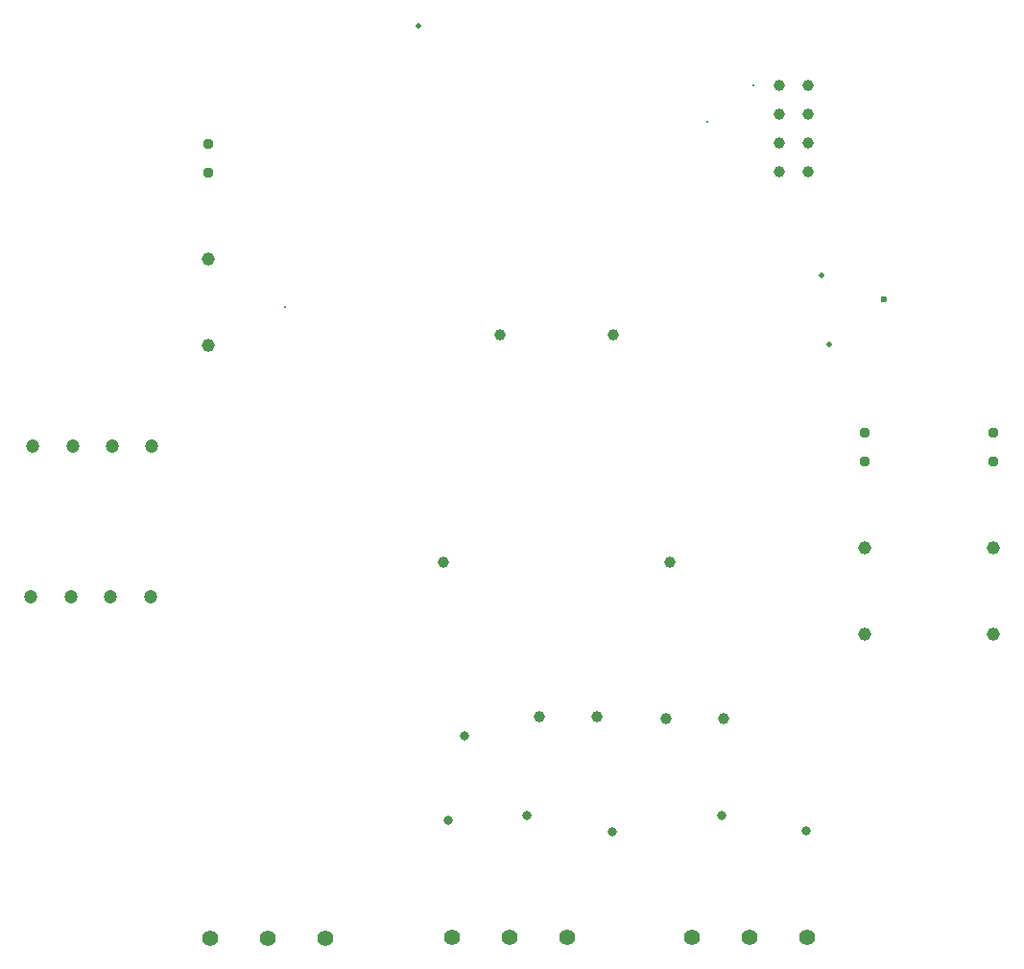
<source format=gbr>
%TF.GenerationSoftware,KiCad,Pcbnew,9.0.6*%
%TF.CreationDate,2025-11-29T13:29:29+01:00*%
%TF.ProjectId,AMN_230V_pcb,414d4e5f-3233-4305-965f-7063622e6b69,rev?*%
%TF.SameCoordinates,Original*%
%TF.FileFunction,Plated,1,2,PTH,Drill*%
%TF.FilePolarity,Positive*%
%FSLAX46Y46*%
G04 Gerber Fmt 4.6, Leading zero omitted, Abs format (unit mm)*
G04 Created by KiCad (PCBNEW 9.0.6) date 2025-11-29 13:29:29*
%MOMM*%
%LPD*%
G01*
G04 APERTURE LIST*
%TA.AperFunction,ViaDrill*%
%ADD10C,0.300000*%
%TD*%
%TA.AperFunction,ViaDrill*%
%ADD11C,0.500000*%
%TD*%
%TA.AperFunction,ViaDrill*%
%ADD12C,0.600000*%
%TD*%
%TA.AperFunction,ComponentDrill*%
%ADD13C,0.800000*%
%TD*%
%TA.AperFunction,ComponentDrill*%
%ADD14C,0.950000*%
%TD*%
%TA.AperFunction,ComponentDrill*%
%ADD15C,1.000000*%
%TD*%
%TA.AperFunction,ComponentDrill*%
%ADD16C,1.150000*%
%TD*%
%TA.AperFunction,ComponentDrill*%
%ADD17C,1.200000*%
%TD*%
%TA.AperFunction,ComponentDrill*%
%ADD18C,1.400000*%
%TD*%
G04 APERTURE END LIST*
D10*
X86700000Y-81400000D03*
X123950000Y-65000000D03*
X128000000Y-61800000D03*
D11*
X98450000Y-56550000D03*
X134000000Y-78550000D03*
X134700000Y-84650000D03*
D12*
X139550000Y-80650000D03*
D13*
%TO.C,V3*%
X101100000Y-126700000D03*
X102500000Y-119200000D03*
%TO.C,V1*%
X108050000Y-126250000D03*
X115550000Y-127650000D03*
%TO.C,V2*%
X125200000Y-126200000D03*
X132700000Y-127600000D03*
D14*
%TO.C,K3*%
X79922500Y-66997500D03*
X79922500Y-69537500D03*
%TO.C,K1*%
X137872500Y-92470000D03*
X137872500Y-95010000D03*
%TO.C,K2*%
X149150000Y-92470000D03*
X149150000Y-95010000D03*
D15*
%TO.C,T1*%
X100650000Y-103850000D03*
X105650000Y-83850000D03*
%TO.C,F1*%
X109160000Y-117550000D03*
X114240000Y-117550000D03*
%TO.C,T1*%
X115650000Y-83850000D03*
%TO.C,F2*%
X120310000Y-117650000D03*
%TO.C,T1*%
X120650000Y-103850000D03*
%TO.C,F2*%
X125390000Y-117650000D03*
%TO.C,J5*%
X130310000Y-61850000D03*
X130310000Y-64390000D03*
X130310000Y-66930000D03*
X130310000Y-69470000D03*
X132850000Y-61850000D03*
X132850000Y-64390000D03*
X132850000Y-66930000D03*
X132850000Y-69470000D03*
D16*
%TO.C,K3*%
X79922500Y-77157500D03*
X79922500Y-84777500D03*
%TO.C,K1*%
X137872500Y-102630000D03*
X137872500Y-110250000D03*
%TO.C,K2*%
X149150000Y-102630000D03*
X149150000Y-110250000D03*
D17*
%TO.C,J6*%
X64300000Y-106950000D03*
%TO.C,J4*%
X64450000Y-93650000D03*
%TO.C,J6*%
X67800000Y-106950000D03*
%TO.C,J4*%
X67950000Y-93650000D03*
%TO.C,J6*%
X71300000Y-106950000D03*
%TO.C,J4*%
X71450000Y-93650000D03*
%TO.C,J6*%
X74800000Y-106950000D03*
%TO.C,J4*%
X74950000Y-93650000D03*
D18*
%TO.C,J1*%
X80090000Y-137050000D03*
X85170000Y-137050000D03*
X90250000Y-137050000D03*
%TO.C,J2*%
X101390000Y-137000000D03*
X106470000Y-137000000D03*
X111550000Y-137000000D03*
%TO.C,J3*%
X122590000Y-137000000D03*
X127670000Y-137000000D03*
X132750000Y-137000000D03*
M02*

</source>
